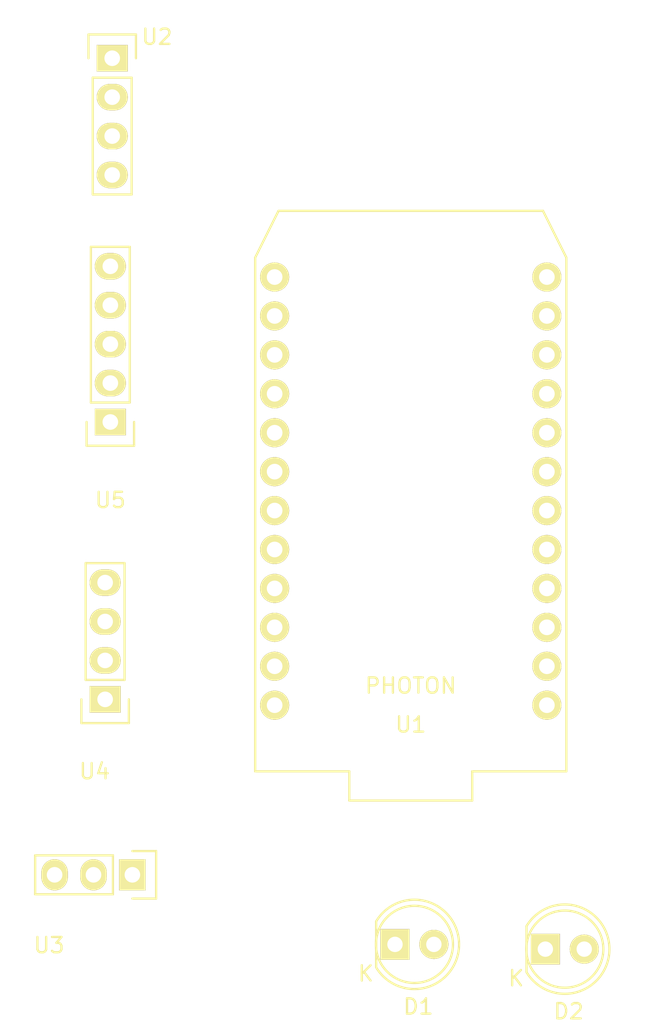
<source format=kicad_pcb>
(kicad_pcb (version 4) (host pcbnew 4.0.4+e1-6308~48~ubuntu16.04.1-stable)

  (general
    (links 19)
    (no_connects 19)
    (area 60.584999 39.844999 114.225001 113.465001)
    (thickness 1.6)
    (drawings 0)
    (tracks 0)
    (zones 0)
    (modules 7)
    (nets 12)
  )

  (page A4)
  (title_block
    (title "Sousvide - photon")
    (date 2016-04-30)
    (rev v0.1)
    (company "Reinhardt van Rooyen")
  )

  (layers
    (0 F.Cu signal)
    (31 B.Cu signal)
    (32 B.Adhes user)
    (33 F.Adhes user)
    (34 B.Paste user)
    (35 F.Paste user)
    (36 B.SilkS user)
    (37 F.SilkS user)
    (38 B.Mask user)
    (39 F.Mask user)
    (40 Dwgs.User user)
    (41 Cmts.User user)
    (42 Eco1.User user)
    (43 Eco2.User user)
    (44 Edge.Cuts user)
    (45 Margin user)
    (46 B.CrtYd user)
    (47 F.CrtYd user)
    (48 B.Fab user)
    (49 F.Fab user)
  )

  (setup
    (last_trace_width 0.25)
    (user_trace_width 0.25)
    (user_trace_width 0.35)
    (user_trace_width 0.45)
    (trace_clearance 0.2)
    (zone_clearance 0.508)
    (zone_45_only no)
    (trace_min 0.2)
    (segment_width 0.2)
    (edge_width 0.15)
    (via_size 0.6)
    (via_drill 0.4)
    (via_min_size 0.4)
    (via_min_drill 0.3)
    (uvia_size 0.3)
    (uvia_drill 0.1)
    (uvias_allowed no)
    (uvia_min_size 0.2)
    (uvia_min_drill 0.1)
    (pcb_text_width 0.3)
    (pcb_text_size 1.5 1.5)
    (mod_edge_width 0.15)
    (mod_text_size 1 1)
    (mod_text_width 0.15)
    (pad_size 1.524 1.524)
    (pad_drill 0.762)
    (pad_to_mask_clearance 0.2)
    (aux_axis_origin 0 0)
    (visible_elements FFFFFF7F)
    (pcbplotparams
      (layerselection 0x00000_80000001)
      (usegerberextensions false)
      (excludeedgelayer true)
      (linewidth 0.100000)
      (plotframeref false)
      (viasonmask false)
      (mode 1)
      (useauxorigin false)
      (hpglpennumber 1)
      (hpglpenspeed 20)
      (hpglpendiameter 15)
      (hpglpenoverlay 2)
      (psnegative false)
      (psa4output false)
      (plotreference true)
      (plotvalue true)
      (plotinvisibletext false)
      (padsonsilk false)
      (subtractmaskfromsilk false)
      (outputformat 1)
      (mirror false)
      (drillshape 0)
      (scaleselection 1)
      (outputdirectory ""))
  )

  (net 0 "")
  (net 1 GND)
  (net 2 /POW_LED)
  (net 3 /REL_LED)
  (net 4 /Button)
  (net 5 /TEMP)
  (net 6 /RELAY)
  (net 7 /ROT_CH1)
  (net 8 /ROT_CH2)
  (net 9 /SDL)
  (net 10 /SDA)
  (net 11 VCC)

  (net_class Default "This is the default net class."
    (clearance 0.2)
    (trace_width 0.25)
    (via_dia 0.6)
    (via_drill 0.4)
    (uvia_dia 0.3)
    (uvia_drill 0.1)
  )

  (net_class Thick ""
    (clearance 0.25)
    (trace_width 0.3)
    (via_dia 0.6)
    (via_drill 0.4)
    (uvia_dia 0.3)
    (uvia_drill 0.1)
    (add_net /Button)
    (add_net /POW_LED)
    (add_net /RELAY)
    (add_net /REL_LED)
    (add_net /ROT_CH1)
    (add_net /ROT_CH2)
    (add_net /SDA)
    (add_net /SDL)
    (add_net /TEMP)
    (add_net GND)
    (add_net VCC)
  )

  (module particle:photon (layer F.Cu) (tedit 56106C14) (tstamp 5723B2D1)
    (at 91.44 74.93 180)
    (path /56F0FE3F)
    (fp_text reference U1 (at 0 -16.51 180) (layer F.SilkS)
      (effects (font (size 1 1) (thickness 0.15)))
    )
    (fp_text value PHOTON (at 0 -13.97 180) (layer F.SilkS)
      (effects (font (size 1 1) (thickness 0.15)))
    )
    (fp_text user "all layers" (at 0 19.05 180) (layer Cmts.User)
      (effects (font (size 1 1) (thickness 0.15)))
    )
    (fp_text user "recommended on" (at 0 16.51 180) (layer Cmts.User)
      (effects (font (size 1 1) (thickness 0.15)))
    )
    (fp_text user "signal keep out" (at 0 13.97 180) (layer Cmts.User)
      (effects (font (size 1 1) (thickness 0.15)))
    )
    (fp_text user "ground plane and" (at 0 11.43 180) (layer Cmts.User)
      (effects (font (size 1 1) (thickness 0.15)))
    )
    (fp_line (start 6.35 21.59) (end 7.62 21.59) (layer Dwgs.User) (width 0.15))
    (fp_line (start 7.62 21.59) (end 7.62 8.89) (layer Dwgs.User) (width 0.15))
    (fp_line (start 7.62 8.89) (end -7.62 8.89) (layer Dwgs.User) (width 0.15))
    (fp_line (start 6.35 21.59) (end -7.62 21.59) (layer Dwgs.User) (width 0.15))
    (fp_line (start -7.62 21.59) (end -7.62 8.89) (layer Dwgs.User) (width 0.15))
    (fp_line (start 10.16 13.97) (end 8.636 17.018) (layer F.SilkS) (width 0.15))
    (fp_line (start -10.16 13.97) (end -8.636 17.018) (layer F.SilkS) (width 0.15))
    (fp_line (start -8.636 17.018) (end 8.636 17.018) (layer F.SilkS) (width 0.15))
    (fp_line (start 10.16 -19.558) (end 10.16 13.97) (layer F.SilkS) (width 0.15))
    (fp_line (start -10.16 -19.558) (end -10.16 13.97) (layer F.SilkS) (width 0.15))
    (fp_line (start 4.0132 -19.558) (end 10.16 -19.558) (layer F.SilkS) (width 0.15))
    (fp_line (start -4.0132 -19.558) (end -10.16 -19.558) (layer F.SilkS) (width 0.15))
    (fp_line (start -4.0132 -21.463) (end -4.0132 -19.558) (layer F.SilkS) (width 0.15))
    (fp_line (start 4.0132 -21.463) (end 4.0132 -19.558) (layer F.SilkS) (width 0.15))
    (fp_line (start -4.0132 -21.463) (end 4.0132 -21.463) (layer F.SilkS) (width 0.15))
    (pad 1 thru_hole circle (at -8.89 -15.24 180) (size 1.9 1.9) (drill 1.02) (layers *.Cu *.Mask F.SilkS)
      (net 11 VCC))
    (pad 2 thru_hole circle (at -8.89 -12.7 180) (size 1.9 1.9) (drill 1.02) (layers *.Cu *.Mask F.SilkS)
      (net 1 GND))
    (pad 3 thru_hole circle (at -8.89 -10.16 180) (size 1.9 1.9) (drill 1.02) (layers *.Cu *.Mask F.SilkS))
    (pad 4 thru_hole circle (at -8.89 -7.62 180) (size 1.9 1.9) (drill 1.02) (layers *.Cu *.Mask F.SilkS))
    (pad 5 thru_hole circle (at -8.89 -5.08 180) (size 1.9 1.9) (drill 1.02) (layers *.Cu *.Mask F.SilkS))
    (pad 6 thru_hole circle (at -8.89 -2.54 180) (size 1.9 1.9) (drill 1.02) (layers *.Cu *.Mask F.SilkS))
    (pad 7 thru_hole circle (at -8.89 0 180) (size 1.9 1.9) (drill 1.02) (layers *.Cu *.Mask F.SilkS)
      (net 5 /TEMP))
    (pad 8 thru_hole circle (at -8.89 2.54 180) (size 1.9 1.9) (drill 1.02) (layers *.Cu *.Mask F.SilkS))
    (pad 9 thru_hole circle (at -8.89 5.08 180) (size 1.9 1.9) (drill 1.02) (layers *.Cu *.Mask F.SilkS))
    (pad 10 thru_hole circle (at -8.89 7.62 180) (size 1.9 1.9) (drill 1.02) (layers *.Cu *.Mask F.SilkS))
    (pad 11 thru_hole circle (at -8.89 10.16 180) (size 1.9 1.9) (drill 1.02) (layers *.Cu *.Mask F.SilkS))
    (pad 12 thru_hole circle (at -8.89 12.7 180) (size 1.9 1.9) (drill 1.02) (layers *.Cu *.Mask F.SilkS)
      (net 4 /Button))
    (pad 24 thru_hole circle (at 8.89 -15.24 180) (size 1.9 1.9) (drill 1.02) (layers *.Cu *.Mask F.SilkS))
    (pad 23 thru_hole circle (at 8.89 -12.7 180) (size 1.9 1.9) (drill 1.02) (layers *.Cu *.Mask F.SilkS))
    (pad 22 thru_hole circle (at 8.89 -10.16 180) (size 1.9 1.9) (drill 1.02) (layers *.Cu *.Mask F.SilkS))
    (pad 21 thru_hole circle (at 8.89 -7.62 180) (size 1.9 1.9) (drill 1.02) (layers *.Cu *.Mask F.SilkS))
    (pad 20 thru_hole circle (at 8.89 -5.08 180) (size 1.9 1.9) (drill 1.02) (layers *.Cu *.Mask F.SilkS)
      (net 2 /POW_LED))
    (pad 19 thru_hole circle (at 8.89 -2.54 180) (size 1.9 1.9) (drill 1.02) (layers *.Cu *.Mask F.SilkS)
      (net 3 /REL_LED))
    (pad 18 thru_hole circle (at 8.89 0 180) (size 1.9 1.9) (drill 1.02) (layers *.Cu *.Mask F.SilkS))
    (pad 17 thru_hole circle (at 8.89 2.54 180) (size 1.9 1.9) (drill 1.02) (layers *.Cu *.Mask F.SilkS)
      (net 6 /RELAY))
    (pad 16 thru_hole circle (at 8.89 5.08 180) (size 1.9 1.9) (drill 1.02) (layers *.Cu *.Mask F.SilkS)
      (net 7 /ROT_CH1))
    (pad 15 thru_hole circle (at 8.89 7.62 180) (size 1.9 1.9) (drill 1.02) (layers *.Cu *.Mask F.SilkS)
      (net 8 /ROT_CH2))
    (pad 14 thru_hole circle (at 8.89 10.16 180) (size 1.9 1.9) (drill 1.02) (layers *.Cu *.Mask F.SilkS)
      (net 9 /SDL))
    (pad 13 thru_hole circle (at 8.89 12.7 180) (size 1.9 1.9) (drill 1.02) (layers *.Cu *.Mask F.SilkS)
      (net 10 /SDA))
  )

  (module Pin_Headers:Pin_Header_Straight_1x05 (layer F.Cu) (tedit 54EA0684) (tstamp 5723B2F1)
    (at 71.82 71.69 180)
    (descr "Through hole pin header")
    (tags "pin header")
    (path /5723D442)
    (fp_text reference U5 (at 0 -5.1 180) (layer F.SilkS)
      (effects (font (size 1 1) (thickness 0.15)))
    )
    (fp_text value rot_enc_2 (at 0 -3.1 180) (layer F.Fab)
      (effects (font (size 1 1) (thickness 0.15)))
    )
    (fp_line (start -1.55 0) (end -1.55 -1.55) (layer F.SilkS) (width 0.15))
    (fp_line (start -1.55 -1.55) (end 1.55 -1.55) (layer F.SilkS) (width 0.15))
    (fp_line (start 1.55 -1.55) (end 1.55 0) (layer F.SilkS) (width 0.15))
    (fp_line (start -1.75 -1.75) (end -1.75 11.95) (layer F.CrtYd) (width 0.05))
    (fp_line (start 1.75 -1.75) (end 1.75 11.95) (layer F.CrtYd) (width 0.05))
    (fp_line (start -1.75 -1.75) (end 1.75 -1.75) (layer F.CrtYd) (width 0.05))
    (fp_line (start -1.75 11.95) (end 1.75 11.95) (layer F.CrtYd) (width 0.05))
    (fp_line (start 1.27 1.27) (end 1.27 11.43) (layer F.SilkS) (width 0.15))
    (fp_line (start 1.27 11.43) (end -1.27 11.43) (layer F.SilkS) (width 0.15))
    (fp_line (start -1.27 11.43) (end -1.27 1.27) (layer F.SilkS) (width 0.15))
    (fp_line (start 1.27 1.27) (end -1.27 1.27) (layer F.SilkS) (width 0.15))
    (pad 1 thru_hole rect (at 0 0 180) (size 2.032 1.7272) (drill 1.016) (layers *.Cu *.Mask F.SilkS)
      (net 1 GND))
    (pad 2 thru_hole oval (at 0 2.54 180) (size 2.032 1.7272) (drill 1.016) (layers *.Cu *.Mask F.SilkS)
      (net 11 VCC))
    (pad 3 thru_hole oval (at 0 5.08 180) (size 2.032 1.7272) (drill 1.016) (layers *.Cu *.Mask F.SilkS)
      (net 7 /ROT_CH1))
    (pad 4 thru_hole oval (at 0 7.62 180) (size 2.032 1.7272) (drill 1.016) (layers *.Cu *.Mask F.SilkS)
      (net 8 /ROT_CH2))
    (pad 5 thru_hole oval (at 0 10.16 180) (size 2.032 1.7272) (drill 1.016) (layers *.Cu *.Mask F.SilkS)
      (net 4 /Button))
    (model Pin_Headers.3dshapes/Pin_Header_Straight_1x05.wrl
      (at (xyz 0 -0.2 0))
      (scale (xyz 1 1 1))
      (rotate (xyz 0 0 90))
    )
  )

  (module LEDs:LED-5MM (layer F.Cu) (tedit 57250500) (tstamp 5723B2AF)
    (at 90.41 105.78)
    (descr "LED 5mm round vertical")
    (tags "LED 5mm round vertical")
    (path /56F11552)
    (fp_text reference D1 (at 1.524 4.064) (layer F.SilkS)
      (effects (font (size 1 1) (thickness 0.15)))
    )
    (fp_text value POW_LED (at -1.67 -4.19) (layer F.Fab)
      (effects (font (size 1 1) (thickness 0.15)))
    )
    (fp_line (start -1.5 -1.55) (end -1.5 1.55) (layer F.CrtYd) (width 0.05))
    (fp_arc (start 1.3 0) (end -1.5 1.55) (angle -302) (layer F.CrtYd) (width 0.05))
    (fp_arc (start 1.27 0) (end -1.23 -1.5) (angle 297.5) (layer F.SilkS) (width 0.15))
    (fp_line (start -1.23 1.5) (end -1.23 -1.5) (layer F.SilkS) (width 0.15))
    (fp_circle (center 1.27 0) (end 0.97 -2.5) (layer F.SilkS) (width 0.15))
    (fp_text user K (at -1.905 1.905) (layer F.SilkS)
      (effects (font (size 1 1) (thickness 0.15)))
    )
    (pad 1 thru_hole rect (at 0 0 90) (size 2 1.9) (drill 1.00076) (layers *.Cu *.Mask F.SilkS)
      (net 1 GND))
    (pad 2 thru_hole circle (at 2.54 0) (size 1.9 1.9) (drill 1.00076) (layers *.Cu *.Mask F.SilkS)
      (net 2 /POW_LED))
    (model LEDs.3dshapes/LED-5MM.wrl
      (at (xyz 0.05 0 0))
      (scale (xyz 1 1 1))
      (rotate (xyz 0 0 90))
    )
  )

  (module LEDs:LED-5MM (layer F.Cu) (tedit 57250503) (tstamp 5723B2B5)
    (at 100.23 106.09)
    (descr "LED 5mm round vertical")
    (tags "LED 5mm round vertical")
    (path /56F1127F)
    (fp_text reference D2 (at 1.524 4.064) (layer F.SilkS)
      (effects (font (size 1 1) (thickness 0.15)))
    )
    (fp_text value RELAY_LED (at 3.43 -4.22) (layer F.Fab)
      (effects (font (size 1 1) (thickness 0.15)))
    )
    (fp_line (start -1.5 -1.55) (end -1.5 1.55) (layer F.CrtYd) (width 0.05))
    (fp_arc (start 1.3 0) (end -1.5 1.55) (angle -302) (layer F.CrtYd) (width 0.05))
    (fp_arc (start 1.27 0) (end -1.23 -1.5) (angle 297.5) (layer F.SilkS) (width 0.15))
    (fp_line (start -1.23 1.5) (end -1.23 -1.5) (layer F.SilkS) (width 0.15))
    (fp_circle (center 1.27 0) (end 0.97 -2.5) (layer F.SilkS) (width 0.15))
    (fp_text user K (at -1.905 1.905) (layer F.SilkS)
      (effects (font (size 1 1) (thickness 0.15)))
    )
    (pad 1 thru_hole rect (at 0 0 90) (size 2 1.9) (drill 1.00076) (layers *.Cu *.Mask F.SilkS)
      (net 1 GND))
    (pad 2 thru_hole circle (at 2.54 0) (size 1.9 1.9) (drill 1.00076) (layers *.Cu *.Mask F.SilkS)
      (net 3 /REL_LED))
    (model LEDs.3dshapes/LED-5MM.wrl
      (at (xyz 0.05 0 0))
      (scale (xyz 1 1 1))
      (rotate (xyz 0 0 90))
    )
  )

  (module Pin_Headers:Pin_Header_Straight_1x03 (layer F.Cu) (tedit 572504EC) (tstamp 5723B2E0)
    (at 73.26 101.24 270)
    (descr "Through hole pin header")
    (tags "pin header")
    (path /56F12551)
    (fp_text reference U3 (at 4.6 5.44 360) (layer F.SilkS)
      (effects (font (size 1 1) (thickness 0.15)))
    )
    (fp_text value DS18B20 (at 2.81 5.14 360) (layer F.Fab)
      (effects (font (size 1 1) (thickness 0.15)))
    )
    (fp_line (start -1.75 -1.75) (end -1.75 6.85) (layer F.CrtYd) (width 0.05))
    (fp_line (start 1.75 -1.75) (end 1.75 6.85) (layer F.CrtYd) (width 0.05))
    (fp_line (start -1.75 -1.75) (end 1.75 -1.75) (layer F.CrtYd) (width 0.05))
    (fp_line (start -1.75 6.85) (end 1.75 6.85) (layer F.CrtYd) (width 0.05))
    (fp_line (start -1.27 1.27) (end -1.27 6.35) (layer F.SilkS) (width 0.15))
    (fp_line (start -1.27 6.35) (end 1.27 6.35) (layer F.SilkS) (width 0.15))
    (fp_line (start 1.27 6.35) (end 1.27 1.27) (layer F.SilkS) (width 0.15))
    (fp_line (start 1.55 -1.55) (end 1.55 0) (layer F.SilkS) (width 0.15))
    (fp_line (start 1.27 1.27) (end -1.27 1.27) (layer F.SilkS) (width 0.15))
    (fp_line (start -1.55 0) (end -1.55 -1.55) (layer F.SilkS) (width 0.15))
    (fp_line (start -1.55 -1.55) (end 1.55 -1.55) (layer F.SilkS) (width 0.15))
    (pad 1 thru_hole rect (at 0 0 270) (size 2.032 1.7272) (drill 1.016) (layers *.Cu *.Mask F.SilkS)
      (net 1 GND))
    (pad 2 thru_hole oval (at 0 2.54 270) (size 2.032 1.7272) (drill 1.016) (layers *.Cu *.Mask F.SilkS)
      (net 5 /TEMP))
    (pad 3 thru_hole oval (at 0 5.08 270) (size 2.032 1.7272) (drill 1.016) (layers *.Cu *.Mask F.SilkS)
      (net 11 VCC))
    (model Pin_Headers.3dshapes/Pin_Header_Straight_1x03.wrl
      (at (xyz 0 -0.1 0))
      (scale (xyz 1 1 1))
      (rotate (xyz 0 0 90))
    )
  )

  (module Pin_Headers:Pin_Header_Straight_1x04 (layer F.Cu) (tedit 572504F2) (tstamp 5723B2E8)
    (at 71.48 89.79 180)
    (descr "Through hole pin header")
    (tags "pin header")
    (path /56F1163E)
    (fp_text reference U4 (at 0.69 -4.7 180) (layer F.SilkS)
      (effects (font (size 1 1) (thickness 0.15)))
    )
    (fp_text value relay (at 0.65 -2.98 180) (layer F.Fab)
      (effects (font (size 1 1) (thickness 0.15)))
    )
    (fp_line (start -1.75 -1.75) (end -1.75 9.4) (layer F.CrtYd) (width 0.05))
    (fp_line (start 1.75 -1.75) (end 1.75 9.4) (layer F.CrtYd) (width 0.05))
    (fp_line (start -1.75 -1.75) (end 1.75 -1.75) (layer F.CrtYd) (width 0.05))
    (fp_line (start -1.75 9.4) (end 1.75 9.4) (layer F.CrtYd) (width 0.05))
    (fp_line (start -1.27 1.27) (end -1.27 8.89) (layer F.SilkS) (width 0.15))
    (fp_line (start 1.27 1.27) (end 1.27 8.89) (layer F.SilkS) (width 0.15))
    (fp_line (start 1.55 -1.55) (end 1.55 0) (layer F.SilkS) (width 0.15))
    (fp_line (start -1.27 8.89) (end 1.27 8.89) (layer F.SilkS) (width 0.15))
    (fp_line (start 1.27 1.27) (end -1.27 1.27) (layer F.SilkS) (width 0.15))
    (fp_line (start -1.55 0) (end -1.55 -1.55) (layer F.SilkS) (width 0.15))
    (fp_line (start -1.55 -1.55) (end 1.55 -1.55) (layer F.SilkS) (width 0.15))
    (pad 1 thru_hole rect (at 0 0 180) (size 2.032 1.7272) (drill 1.016) (layers *.Cu *.Mask F.SilkS)
      (net 1 GND))
    (pad 2 thru_hole oval (at 0 2.54 180) (size 2.032 1.7272) (drill 1.016) (layers *.Cu *.Mask F.SilkS)
      (net 6 /RELAY))
    (pad 3 thru_hole oval (at 0 5.08 180) (size 2.032 1.7272) (drill 1.016) (layers *.Cu *.Mask F.SilkS))
    (pad 4 thru_hole oval (at 0 7.62 180) (size 2.032 1.7272) (drill 1.016) (layers *.Cu *.Mask F.SilkS)
      (net 11 VCC))
    (model Pin_Headers.3dshapes/Pin_Header_Straight_1x04.wrl
      (at (xyz 0 -0.15 0))
      (scale (xyz 1 1 1))
      (rotate (xyz 0 0 90))
    )
  )

  (module Pin_Headers:Pin_Header_Straight_1x04 (layer F.Cu) (tedit 572504FA) (tstamp 5723D25C)
    (at 71.942457 47.951728)
    (descr "Through hole pin header")
    (tags "pin header")
    (path /5723DDC4)
    (fp_text reference U2 (at 2.927543 -1.391728) (layer F.SilkS)
      (effects (font (size 1 1) (thickness 0.15)))
    )
    (fp_text value LCM1602_IIC_v1 (at 4.177543 -2.951728) (layer F.Fab)
      (effects (font (size 1 1) (thickness 0.15)))
    )
    (fp_line (start -1.75 -1.75) (end -1.75 9.4) (layer F.CrtYd) (width 0.05))
    (fp_line (start 1.75 -1.75) (end 1.75 9.4) (layer F.CrtYd) (width 0.05))
    (fp_line (start -1.75 -1.75) (end 1.75 -1.75) (layer F.CrtYd) (width 0.05))
    (fp_line (start -1.75 9.4) (end 1.75 9.4) (layer F.CrtYd) (width 0.05))
    (fp_line (start -1.27 1.27) (end -1.27 8.89) (layer F.SilkS) (width 0.15))
    (fp_line (start 1.27 1.27) (end 1.27 8.89) (layer F.SilkS) (width 0.15))
    (fp_line (start 1.55 -1.55) (end 1.55 0) (layer F.SilkS) (width 0.15))
    (fp_line (start -1.27 8.89) (end 1.27 8.89) (layer F.SilkS) (width 0.15))
    (fp_line (start 1.27 1.27) (end -1.27 1.27) (layer F.SilkS) (width 0.15))
    (fp_line (start -1.55 0) (end -1.55 -1.55) (layer F.SilkS) (width 0.15))
    (fp_line (start -1.55 -1.55) (end 1.55 -1.55) (layer F.SilkS) (width 0.15))
    (pad 1 thru_hole rect (at 0 0) (size 2.032 1.7272) (drill 1.016) (layers *.Cu *.Mask F.SilkS)
      (net 1 GND))
    (pad 2 thru_hole oval (at 0 2.54) (size 2.032 1.7272) (drill 1.016) (layers *.Cu *.Mask F.SilkS)
      (net 11 VCC))
    (pad 3 thru_hole oval (at 0 5.08) (size 2.032 1.7272) (drill 1.016) (layers *.Cu *.Mask F.SilkS)
      (net 10 /SDA))
    (pad 4 thru_hole oval (at 0 7.62) (size 2.032 1.7272) (drill 1.016) (layers *.Cu *.Mask F.SilkS)
      (net 9 /SDL))
    (model Pin_Headers.3dshapes/Pin_Header_Straight_1x04.wrl
      (at (xyz 0 -0.15 0))
      (scale (xyz 1 1 1))
      (rotate (xyz 0 0 90))
    )
  )

)

</source>
